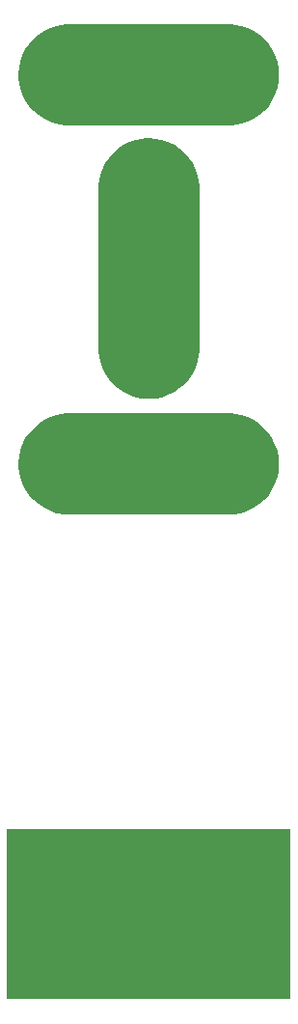
<source format=gbp>
G04 Layer_Color=128*
%FSAX24Y24*%
%MOIN*%
G70*
G01*
G75*
%ADD16R,0.9800X0.5900*%
G36*
X017866Y034750D02*
X018204Y034694D01*
X018421Y034620D01*
X018627Y034519D01*
X018818Y034391D01*
X018990Y034240D01*
X019141Y034068D01*
X019269Y033877D01*
X019370Y033671D01*
X019444Y033454D01*
X019489Y033229D01*
X019504Y033000D01*
X019489Y032771D01*
X019444Y032546D01*
X019370Y032329D01*
X019269Y032123D01*
X019141Y031932D01*
X018990Y031760D01*
X018818Y031609D01*
X018627Y031481D01*
X018421Y031380D01*
X018204Y031306D01*
X017880Y031251D01*
X017770Y031250D01*
X012250Y031250D01*
X012135D01*
X011796Y031306D01*
X011579Y031380D01*
X011373Y031481D01*
X011182Y031609D01*
X011010Y031760D01*
X010859Y031932D01*
X010731Y032123D01*
X010630Y032329D01*
X010556Y032546D01*
X010500Y032885D01*
Y033000D01*
X010500Y033000D01*
X010500Y033057D01*
X010511Y033229D01*
X010556Y033454D01*
X010630Y033671D01*
X010731Y033877D01*
X010859Y034068D01*
X011010Y034240D01*
X011182Y034391D01*
X011373Y034519D01*
X011579Y034620D01*
X011796Y034694D01*
X012135Y034750D01*
X012250D01*
X012250Y034750D01*
X017752Y034750D01*
X017866Y034750D01*
D02*
G37*
G36*
X015229Y044239D02*
X015454Y044194D01*
X015671Y044120D01*
X015877Y044019D01*
X016068Y043891D01*
X016240Y043740D01*
X016391Y043568D01*
X016519Y043377D01*
X016620Y043171D01*
X016694Y042954D01*
X016750Y042615D01*
Y042500D01*
X016750Y042500D01*
X016750Y036998D01*
X016750Y036884D01*
X016694Y036546D01*
X016620Y036329D01*
X016519Y036123D01*
X016391Y035932D01*
X016240Y035760D01*
X016068Y035609D01*
X015877Y035481D01*
X015671Y035380D01*
X015454Y035306D01*
X015229Y035261D01*
X015000Y035246D01*
X014771Y035261D01*
X014546Y035306D01*
X014329Y035380D01*
X014123Y035481D01*
X013932Y035609D01*
X013760Y035760D01*
X013609Y035932D01*
X013481Y036123D01*
X013380Y036329D01*
X013306Y036546D01*
X013251Y036870D01*
X013250Y036980D01*
X013250Y042500D01*
Y042615D01*
X013306Y042954D01*
X013380Y043171D01*
X013481Y043377D01*
X013609Y043568D01*
X013760Y043740D01*
X013932Y043891D01*
X014123Y044019D01*
X014329Y044120D01*
X014546Y044194D01*
X014885Y044250D01*
X015000D01*
X015000Y044250D01*
X015057Y044250D01*
X015229Y044239D01*
D02*
G37*
G36*
X017866Y048187D02*
X018204Y048131D01*
X018421Y048057D01*
X018627Y047956D01*
X018818Y047828D01*
X018990Y047677D01*
X019141Y047505D01*
X019269Y047314D01*
X019370Y047108D01*
X019444Y046891D01*
X019489Y046666D01*
X019504Y046437D01*
X019489Y046208D01*
X019444Y045983D01*
X019370Y045766D01*
X019269Y045560D01*
X019141Y045369D01*
X018990Y045197D01*
X018818Y045046D01*
X018627Y044918D01*
X018421Y044817D01*
X018204Y044743D01*
X017880Y044688D01*
X017770Y044687D01*
X012250Y044687D01*
X012135D01*
X011796Y044743D01*
X011579Y044817D01*
X011373Y044918D01*
X011182Y045046D01*
X011010Y045197D01*
X010859Y045369D01*
X010731Y045560D01*
X010630Y045766D01*
X010556Y045983D01*
X010500Y046322D01*
Y046437D01*
X010500Y046437D01*
X010500Y046494D01*
X010511Y046666D01*
X010556Y046891D01*
X010630Y047108D01*
X010731Y047314D01*
X010859Y047505D01*
X011010Y047677D01*
X011182Y047828D01*
X011373Y047956D01*
X011579Y048057D01*
X011796Y048131D01*
X012135Y048187D01*
X012250D01*
X012250Y048187D01*
X017752Y048187D01*
X017866Y048187D01*
D02*
G37*
D16*
X015000Y017450D02*
D03*
M02*

</source>
